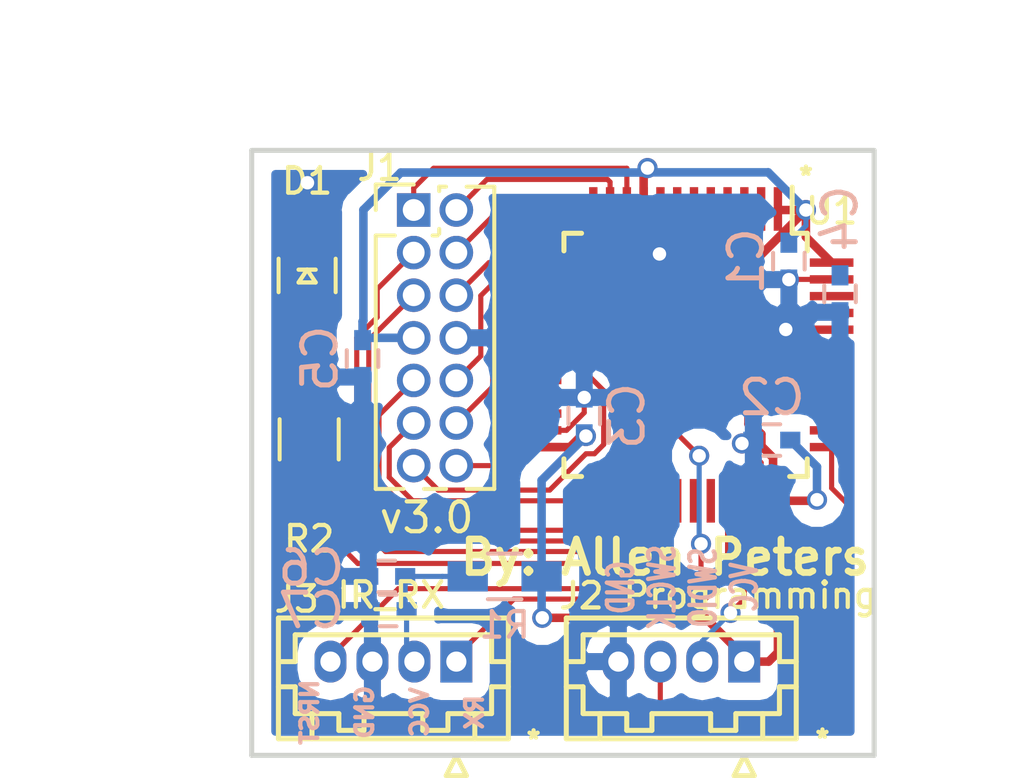
<source format=kicad_pcb>
(kicad_pcb (version 20171130) (host pcbnew "(5.0.0)")

  (general
    (thickness 1.6)
    (drawings 15)
    (tracks 179)
    (zones 0)
    (modules 14)
    (nets 22)
  )

  (page A4)
  (layers
    (0 F.Cu signal)
    (31 B.Cu signal)
    (32 B.Adhes user)
    (33 F.Adhes user)
    (34 B.Paste user)
    (35 F.Paste user)
    (36 B.SilkS user)
    (37 F.SilkS user)
    (38 B.Mask user)
    (39 F.Mask user)
    (40 Dwgs.User user)
    (41 Cmts.User user)
    (42 Eco1.User user)
    (43 Eco2.User user)
    (44 Edge.Cuts user)
    (45 Margin user)
    (46 B.CrtYd user)
    (47 F.CrtYd user)
    (48 B.Fab user)
    (49 F.Fab user)
  )

  (setup
    (last_trace_width 0.1524)
    (trace_clearance 0.1524)
    (zone_clearance 0.508)
    (zone_45_only no)
    (trace_min 0.1524)
    (segment_width 0.127)
    (edge_width 0.15)
    (via_size 0.6)
    (via_drill 0.4)
    (via_min_size 0.4)
    (via_min_drill 0.3)
    (uvia_size 0.3)
    (uvia_drill 0.1)
    (uvias_allowed no)
    (uvia_min_size 0.2)
    (uvia_min_drill 0.1)
    (pcb_text_width 0.3)
    (pcb_text_size 0.127 1.5)
    (mod_edge_width 0.15)
    (mod_text_size 0.762 0.762)
    (mod_text_width 0.127)
    (pad_size 1.524 1.524)
    (pad_drill 0.762)
    (pad_to_mask_clearance 0.2)
    (aux_axis_origin 0 0)
    (visible_elements 7FFFFFFF)
    (pcbplotparams
      (layerselection 0x010f0_ffffffff)
      (usegerberextensions false)
      (usegerberattributes false)
      (usegerberadvancedattributes false)
      (creategerberjobfile false)
      (excludeedgelayer true)
      (linewidth 0.100000)
      (plotframeref false)
      (viasonmask false)
      (mode 1)
      (useauxorigin false)
      (hpglpennumber 1)
      (hpglpenspeed 20)
      (hpglpendiameter 15.000000)
      (psnegative false)
      (psa4output false)
      (plotreference true)
      (plotvalue true)
      (plotinvisibletext false)
      (padsonsilk false)
      (subtractmaskfromsilk false)
      (outputformat 1)
      (mirror false)
      (drillshape 0)
      (scaleselection 1)
      (outputdirectory "Gerber/"))
  )

  (net 0 "")
  (net 1 GND)
  (net 2 VCC)
  (net 3 "Net-(C6-Pad1)")
  (net 4 /greenLED)
  (net 5 /Button_L)
  (net 6 /Power)
  (net 7 /IR_LED5)
  (net 8 /IR_LED4)
  (net 9 /IR_LED6)
  (net 10 /IR_LED3)
  (net 11 /IR_LED7)
  (net 12 /IR_LED2)
  (net 13 /IR_LED8)
  (net 14 /IR_LED1)
  (net 15 /SWCLK)
  (net 16 /SWDIO)
  (net 17 /NRST)
  (net 18 /IR_MOD_Out)
  (net 19 /RX)
  (net 20 "Net-(D1-Pad2)")
  (net 21 "Net-(R2-Pad1)")

  (net_class Default "This is the default net class."
    (clearance 0.1524)
    (trace_width 0.1524)
    (via_dia 0.6)
    (via_drill 0.4)
    (uvia_dia 0.3)
    (uvia_drill 0.1)
    (add_net /Button_L)
    (add_net /IR_LED1)
    (add_net /IR_LED2)
    (add_net /IR_LED3)
    (add_net /IR_LED4)
    (add_net /IR_LED5)
    (add_net /IR_LED6)
    (add_net /IR_LED7)
    (add_net /IR_LED8)
    (add_net /IR_MOD_Out)
    (add_net /NRST)
    (add_net /Power)
    (add_net /RX)
    (add_net /SWCLK)
    (add_net /SWDIO)
    (add_net /greenLED)
    (add_net GND)
    (add_net "Net-(C6-Pad1)")
    (add_net "Net-(D1-Pad2)")
    (add_net "Net-(R2-Pad1)")
  )

  (net_class VCC ""
    (clearance 0.1524)
    (trace_width 0.254)
    (via_dia 0.6)
    (via_drill 0.4)
    (uvia_dia 0.3)
    (uvia_drill 0.1)
    (add_net VCC)
  )

  (module Housings_QFP:LQFP-48_7x7mm_Pitch0.5mm (layer F.Cu) (tedit 54130A77) (tstamp 5F658813)
    (at 116.558 95.504 270)
    (descr "48 LEAD LQFP 7x7mm (see MICREL LQFP7x7-48LD-PL-1.pdf)")
    (tags "QFP 0.5")
    (path /5F6575ED)
    (attr smd)
    (fp_text reference U1 (at -4.29 -4.35) (layer F.SilkS)
      (effects (font (size 0.762 0.762) (thickness 0.127)))
    )
    (fp_text value STM32F070CBTx (at -0.734 -6.128 270) (layer F.Fab)
      (effects (font (size 0.762 0.762) (thickness 0.127)))
    )
    (fp_line (start -3.625 -3.175) (end -5 -3.175) (layer F.SilkS) (width 0.15))
    (fp_line (start 3.625 -3.625) (end 3.1 -3.625) (layer F.SilkS) (width 0.15))
    (fp_line (start 3.625 3.625) (end 3.1 3.625) (layer F.SilkS) (width 0.15))
    (fp_line (start -3.625 3.625) (end -3.1 3.625) (layer F.SilkS) (width 0.15))
    (fp_line (start -3.625 -3.625) (end -3.1 -3.625) (layer F.SilkS) (width 0.15))
    (fp_line (start -3.625 3.625) (end -3.625 3.1) (layer F.SilkS) (width 0.15))
    (fp_line (start 3.625 3.625) (end 3.625 3.1) (layer F.SilkS) (width 0.15))
    (fp_line (start 3.625 -3.625) (end 3.625 -3.1) (layer F.SilkS) (width 0.15))
    (fp_line (start -3.625 -3.625) (end -3.625 -3.175) (layer F.SilkS) (width 0.15))
    (fp_line (start -5.25 5.25) (end 5.25 5.25) (layer F.CrtYd) (width 0.05))
    (fp_line (start -5.25 -5.25) (end 5.25 -5.25) (layer F.CrtYd) (width 0.05))
    (fp_line (start 5.25 -5.25) (end 5.25 5.25) (layer F.CrtYd) (width 0.05))
    (fp_line (start -5.25 -5.25) (end -5.25 5.25) (layer F.CrtYd) (width 0.05))
    (fp_line (start -3.5 -2.5) (end -2.5 -3.5) (layer F.Fab) (width 0.15))
    (fp_line (start -3.5 3.5) (end -3.5 -2.5) (layer F.Fab) (width 0.15))
    (fp_line (start 3.5 3.5) (end -3.5 3.5) (layer F.Fab) (width 0.15))
    (fp_line (start 3.5 -3.5) (end 3.5 3.5) (layer F.Fab) (width 0.15))
    (fp_line (start -2.5 -3.5) (end 3.5 -3.5) (layer F.Fab) (width 0.15))
    (fp_text user %R (at 0 0 270) (layer F.Fab)
      (effects (font (size 0.762 0.762) (thickness 0.127)))
    )
    (pad 48 smd rect (at -2.75 -4.35) (size 1.3 0.25) (layers F.Cu F.Paste F.Mask)
      (net 2 VCC))
    (pad 47 smd rect (at -2.25 -4.35) (size 1.3 0.25) (layers F.Cu F.Paste F.Mask)
      (net 1 GND))
    (pad 46 smd rect (at -1.75 -4.35) (size 1.3 0.25) (layers F.Cu F.Paste F.Mask))
    (pad 45 smd rect (at -1.25 -4.35) (size 1.3 0.25) (layers F.Cu F.Paste F.Mask))
    (pad 44 smd rect (at -0.75 -4.35) (size 1.3 0.25) (layers F.Cu F.Paste F.Mask)
      (net 1 GND))
    (pad 43 smd rect (at -0.25 -4.35) (size 1.3 0.25) (layers F.Cu F.Paste F.Mask))
    (pad 42 smd rect (at 0.25 -4.35) (size 1.3 0.25) (layers F.Cu F.Paste F.Mask))
    (pad 41 smd rect (at 0.75 -4.35) (size 1.3 0.25) (layers F.Cu F.Paste F.Mask))
    (pad 40 smd rect (at 1.25 -4.35) (size 1.3 0.25) (layers F.Cu F.Paste F.Mask))
    (pad 39 smd rect (at 1.75 -4.35) (size 1.3 0.25) (layers F.Cu F.Paste F.Mask))
    (pad 38 smd rect (at 2.25 -4.35) (size 1.3 0.25) (layers F.Cu F.Paste F.Mask))
    (pad 37 smd rect (at 2.75 -4.35) (size 1.3 0.25) (layers F.Cu F.Paste F.Mask)
      (net 15 /SWCLK))
    (pad 36 smd rect (at 4.35 -2.75 270) (size 1.3 0.25) (layers F.Cu F.Paste F.Mask)
      (net 2 VCC))
    (pad 35 smd rect (at 4.35 -2.25 270) (size 1.3 0.25) (layers F.Cu F.Paste F.Mask)
      (net 1 GND))
    (pad 34 smd rect (at 4.35 -1.75 270) (size 1.3 0.25) (layers F.Cu F.Paste F.Mask)
      (net 16 /SWDIO))
    (pad 33 smd rect (at 4.35 -1.25 270) (size 1.3 0.25) (layers F.Cu F.Paste F.Mask)
      (net 19 /RX))
    (pad 32 smd rect (at 4.35 -0.75 270) (size 1.3 0.25) (layers F.Cu F.Paste F.Mask))
    (pad 31 smd rect (at 4.35 -0.25 270) (size 1.3 0.25) (layers F.Cu F.Paste F.Mask))
    (pad 30 smd rect (at 4.35 0.25 270) (size 1.3 0.25) (layers F.Cu F.Paste F.Mask))
    (pad 29 smd rect (at 4.35 0.75 270) (size 1.3 0.25) (layers F.Cu F.Paste F.Mask)
      (net 21 "Net-(R2-Pad1)"))
    (pad 28 smd rect (at 4.35 1.25 270) (size 1.3 0.25) (layers F.Cu F.Paste F.Mask)
      (net 12 /IR_LED2))
    (pad 27 smd rect (at 4.35 1.75 270) (size 1.3 0.25) (layers F.Cu F.Paste F.Mask)
      (net 10 /IR_LED3))
    (pad 26 smd rect (at 4.35 2.25 270) (size 1.3 0.25) (layers F.Cu F.Paste F.Mask)
      (net 8 /IR_LED4))
    (pad 25 smd rect (at 4.35 2.75 270) (size 1.3 0.25) (layers F.Cu F.Paste F.Mask)
      (net 6 /Power))
    (pad 24 smd rect (at 2.75 4.35) (size 1.3 0.25) (layers F.Cu F.Paste F.Mask)
      (net 2 VCC))
    (pad 23 smd rect (at 2.25 4.35) (size 1.3 0.25) (layers F.Cu F.Paste F.Mask)
      (net 1 GND))
    (pad 22 smd rect (at 1.75 4.35) (size 1.3 0.25) (layers F.Cu F.Paste F.Mask)
      (net 4 /greenLED))
    (pad 21 smd rect (at 1.25 4.35) (size 1.3 0.25) (layers F.Cu F.Paste F.Mask))
    (pad 20 smd rect (at 0.75 4.35) (size 1.3 0.25) (layers F.Cu F.Paste F.Mask))
    (pad 19 smd rect (at 0.25 4.35) (size 1.3 0.25) (layers F.Cu F.Paste F.Mask)
      (net 5 /Button_L))
    (pad 18 smd rect (at -0.25 4.35) (size 1.3 0.25) (layers F.Cu F.Paste F.Mask))
    (pad 17 smd rect (at -0.75 4.35) (size 1.3 0.25) (layers F.Cu F.Paste F.Mask))
    (pad 16 smd rect (at -1.25 4.35) (size 1.3 0.25) (layers F.Cu F.Paste F.Mask)
      (net 18 /IR_MOD_Out))
    (pad 15 smd rect (at -1.75 4.35) (size 1.3 0.25) (layers F.Cu F.Paste F.Mask))
    (pad 14 smd rect (at -2.25 4.35) (size 1.3 0.25) (layers F.Cu F.Paste F.Mask)
      (net 7 /IR_LED5))
    (pad 13 smd rect (at -2.75 4.35) (size 1.3 0.25) (layers F.Cu F.Paste F.Mask)
      (net 9 /IR_LED6))
    (pad 12 smd rect (at -4.35 2.75 270) (size 1.3 0.25) (layers F.Cu F.Paste F.Mask)
      (net 11 /IR_LED7))
    (pad 11 smd rect (at -4.35 2.25 270) (size 1.3 0.25) (layers F.Cu F.Paste F.Mask)
      (net 13 /IR_LED8))
    (pad 10 smd rect (at -4.35 1.75 270) (size 1.3 0.25) (layers F.Cu F.Paste F.Mask)
      (net 14 /IR_LED1))
    (pad 9 smd rect (at -4.35 1.25 270) (size 1.3 0.25) (layers F.Cu F.Paste F.Mask)
      (net 2 VCC))
    (pad 8 smd rect (at -4.35 0.75 270) (size 1.3 0.25) (layers F.Cu F.Paste F.Mask)
      (net 1 GND))
    (pad 7 smd rect (at -4.35 0.25 270) (size 1.3 0.25) (layers F.Cu F.Paste F.Mask)
      (net 17 /NRST))
    (pad 6 smd rect (at -4.35 -0.25 270) (size 1.3 0.25) (layers F.Cu F.Paste F.Mask))
    (pad 5 smd rect (at -4.35 -0.75 270) (size 1.3 0.25) (layers F.Cu F.Paste F.Mask))
    (pad 4 smd rect (at -4.35 -1.25 270) (size 1.3 0.25) (layers F.Cu F.Paste F.Mask))
    (pad 3 smd rect (at -4.35 -1.75 270) (size 1.3 0.25) (layers F.Cu F.Paste F.Mask))
    (pad 2 smd rect (at -4.35 -2.25 270) (size 1.3 0.25) (layers F.Cu F.Paste F.Mask))
    (pad 1 smd rect (at -4.35 -2.75 270) (size 1.3 0.25) (layers F.Cu F.Paste F.Mask)
      (net 2 VCC))
    (model ${KISYS3DMOD}/Housings_QFP.3dshapes/LQFP-48_7x7mm_Pitch0.5mm.wrl
      (at (xyz 0 0 0))
      (scale (xyz 1 1 1))
      (rotate (xyz 0 0 0))
    )
  )

  (module Pin_Headers:Pin_Header_Straight_2x07_Pitch1.27mm (layer F.Cu) (tedit 59650536) (tstamp 5F656693)
    (at 108.458 91.186)
    (descr "Through hole straight pin header, 2x07, 1.27mm pitch, double rows")
    (tags "Through hole pin header THT 2x07 1.27mm double row")
    (path /5B5BCC38)
    (fp_text reference J1 (at -1.016 -1.27) (layer F.SilkS)
      (effects (font (size 0.762 0.762) (thickness 0.127)))
    )
    (fp_text value Grenade (at -9.906 5.842) (layer F.Fab)
      (effects (font (size 0.762 0.762) (thickness 0.127)))
    )
    (fp_text user %R (at 0.635 3.81 90) (layer F.Fab)
      (effects (font (size 0.762 0.762) (thickness 0.127)))
    )
    (fp_line (start 2.85 -1.15) (end -1.6 -1.15) (layer F.CrtYd) (width 0.05))
    (fp_line (start 2.85 8.8) (end 2.85 -1.15) (layer F.CrtYd) (width 0.05))
    (fp_line (start -1.6 8.8) (end 2.85 8.8) (layer F.CrtYd) (width 0.05))
    (fp_line (start -1.6 -1.15) (end -1.6 8.8) (layer F.CrtYd) (width 0.05))
    (fp_line (start -1.13 -0.76) (end 0 -0.76) (layer F.SilkS) (width 0.12))
    (fp_line (start -1.13 0) (end -1.13 -0.76) (layer F.SilkS) (width 0.12))
    (fp_line (start 1.57753 -0.695) (end 2.4 -0.695) (layer F.SilkS) (width 0.12))
    (fp_line (start 0.76 -0.695) (end 0.96247 -0.695) (layer F.SilkS) (width 0.12))
    (fp_line (start 0.76 -0.563471) (end 0.76 -0.695) (layer F.SilkS) (width 0.12))
    (fp_line (start 0.76 0.706529) (end 0.76 0.563471) (layer F.SilkS) (width 0.12))
    (fp_line (start 0.563471 0.76) (end 0.706529 0.76) (layer F.SilkS) (width 0.12))
    (fp_line (start -1.13 0.76) (end -0.563471 0.76) (layer F.SilkS) (width 0.12))
    (fp_line (start 2.4 -0.695) (end 2.4 8.315) (layer F.SilkS) (width 0.12))
    (fp_line (start -1.13 0.76) (end -1.13 8.315) (layer F.SilkS) (width 0.12))
    (fp_line (start 0.30753 8.315) (end 0.96247 8.315) (layer F.SilkS) (width 0.12))
    (fp_line (start 1.57753 8.315) (end 2.4 8.315) (layer F.SilkS) (width 0.12))
    (fp_line (start -1.13 8.315) (end -0.30753 8.315) (layer F.SilkS) (width 0.12))
    (fp_line (start -1.07 0.2175) (end -0.2175 -0.635) (layer F.Fab) (width 0.1))
    (fp_line (start -1.07 8.255) (end -1.07 0.2175) (layer F.Fab) (width 0.1))
    (fp_line (start 2.34 8.255) (end -1.07 8.255) (layer F.Fab) (width 0.1))
    (fp_line (start 2.34 -0.635) (end 2.34 8.255) (layer F.Fab) (width 0.1))
    (fp_line (start -0.2175 -0.635) (end 2.34 -0.635) (layer F.Fab) (width 0.1))
    (pad 14 thru_hole oval (at 1.27 7.62) (size 1 1) (drill 0.65) (layers *.Cu *.Mask)
      (net 4 /greenLED))
    (pad 13 thru_hole oval (at 0 7.62) (size 1 1) (drill 0.65) (layers *.Cu *.Mask)
      (net 5 /Button_L))
    (pad 12 thru_hole oval (at 1.27 6.35) (size 1 1) (drill 0.65) (layers *.Cu *.Mask)
      (net 18 /IR_MOD_Out))
    (pad 11 thru_hole oval (at 0 6.35) (size 1 1) (drill 0.65) (layers *.Cu *.Mask)
      (net 6 /Power))
    (pad 10 thru_hole oval (at 1.27 5.08) (size 1 1) (drill 0.65) (layers *.Cu *.Mask)
      (net 7 /IR_LED5))
    (pad 9 thru_hole oval (at 0 5.08) (size 1 1) (drill 0.65) (layers *.Cu *.Mask)
      (net 8 /IR_LED4))
    (pad 8 thru_hole oval (at 1.27 3.81) (size 1 1) (drill 0.65) (layers *.Cu *.Mask)
      (net 1 GND))
    (pad 7 thru_hole oval (at 0 3.81) (size 1 1) (drill 0.65) (layers *.Cu *.Mask)
      (net 2 VCC))
    (pad 6 thru_hole oval (at 1.27 2.54) (size 1 1) (drill 0.65) (layers *.Cu *.Mask)
      (net 9 /IR_LED6))
    (pad 5 thru_hole oval (at 0 2.54) (size 1 1) (drill 0.65) (layers *.Cu *.Mask)
      (net 10 /IR_LED3))
    (pad 4 thru_hole oval (at 1.27 1.27) (size 1 1) (drill 0.65) (layers *.Cu *.Mask)
      (net 11 /IR_LED7))
    (pad 3 thru_hole oval (at 0 1.27) (size 1 1) (drill 0.65) (layers *.Cu *.Mask)
      (net 12 /IR_LED2))
    (pad 2 thru_hole oval (at 1.27 0) (size 1 1) (drill 0.65) (layers *.Cu *.Mask)
      (net 13 /IR_LED8))
    (pad 1 thru_hole rect (at 0 0) (size 1 1) (drill 0.65) (layers *.Cu *.Mask)
      (net 14 /IR_LED1))
    (model ${KISYS3DMOD}/Pin_Headers.3dshapes/Pin_Header_Straight_2x07_Pitch1.27mm.wrl
      (at (xyz 0 0 0))
      (scale (xyz 1 1 1))
      (rotate (xyz 0 0 0))
    )
  )

  (module Resistors_SMD:R_0603_HandSoldering (layer B.Cu) (tedit 58E0A804) (tstamp 5F658DC8)
    (at 111.168 102.108)
    (descr "Resistor SMD 0603, hand soldering")
    (tags "resistor 0603")
    (path /5F698F60)
    (attr smd)
    (fp_text reference R1 (at 0 1.45) (layer B.SilkS)
      (effects (font (size 0.762 0.762) (thickness 0.127)) (justify mirror))
    )
    (fp_text value 100 (at 0 -1.55) (layer B.Fab)
      (effects (font (size 0.762 0.762) (thickness 0.127)) (justify mirror))
    )
    (fp_line (start 1.95 -0.7) (end -1.96 -0.7) (layer B.CrtYd) (width 0.05))
    (fp_line (start 1.95 -0.7) (end 1.95 0.7) (layer B.CrtYd) (width 0.05))
    (fp_line (start -1.96 0.7) (end -1.96 -0.7) (layer B.CrtYd) (width 0.05))
    (fp_line (start -1.96 0.7) (end 1.95 0.7) (layer B.CrtYd) (width 0.05))
    (fp_line (start -0.5 0.68) (end 0.5 0.68) (layer B.SilkS) (width 0.12))
    (fp_line (start 0.5 -0.68) (end -0.5 -0.68) (layer B.SilkS) (width 0.12))
    (fp_line (start -0.8 0.4) (end 0.8 0.4) (layer B.Fab) (width 0.1))
    (fp_line (start 0.8 0.4) (end 0.8 -0.4) (layer B.Fab) (width 0.1))
    (fp_line (start 0.8 -0.4) (end -0.8 -0.4) (layer B.Fab) (width 0.1))
    (fp_line (start -0.8 -0.4) (end -0.8 0.4) (layer B.Fab) (width 0.1))
    (fp_text user %R (at 0 0) (layer B.Fab)
      (effects (font (size 0.762 0.762) (thickness 0.127)) (justify mirror))
    )
    (pad 2 smd rect (at 1.1 0) (size 1.2 0.9) (layers B.Cu B.Paste B.Mask)
      (net 2 VCC))
    (pad 1 smd rect (at -1.1 0) (size 1.2 0.9) (layers B.Cu B.Paste B.Mask)
      (net 3 "Net-(C6-Pad1)"))
    (model ${KISYS3DMOD}/Resistors_SMD.3dshapes/R_0603.wrl
      (at (xyz 0 0 0))
      (scale (xyz 1 1 1))
      (rotate (xyz 0 0 0))
    )
  )

  (module Capacitors_SMD:C_0805_HandSoldering (layer F.Cu) (tedit 58AA84A8) (tstamp 5F65995A)
    (at 105.283 93.1364 270)
    (descr "Capacitor SMD 0805, hand soldering")
    (tags "capacitor 0805")
    (path /5F6A5BF3)
    (attr smd)
    (fp_text reference D1 (at -2.814 0) (layer F.SilkS)
      (effects (font (size 0.762 0.762) (thickness 0.127)))
    )
    (fp_text value LED (at -0.1724 2.54 270) (layer F.Fab)
      (effects (font (size 0.762 0.762) (thickness 0.127)))
    )
    (fp_line (start 2.25 0.87) (end -2.25 0.87) (layer F.CrtYd) (width 0.05))
    (fp_line (start 2.25 0.87) (end 2.25 -0.88) (layer F.CrtYd) (width 0.05))
    (fp_line (start -2.25 -0.88) (end -2.25 0.87) (layer F.CrtYd) (width 0.05))
    (fp_line (start -2.25 -0.88) (end 2.25 -0.88) (layer F.CrtYd) (width 0.05))
    (fp_line (start -0.5 0.85) (end 0.5 0.85) (layer F.SilkS) (width 0.12))
    (fp_line (start 0.5 -0.85) (end -0.5 -0.85) (layer F.SilkS) (width 0.12))
    (fp_line (start -1 -0.62) (end 1 -0.62) (layer F.Fab) (width 0.1))
    (fp_line (start 1 -0.62) (end 1 0.62) (layer F.Fab) (width 0.1))
    (fp_line (start 1 0.62) (end -1 0.62) (layer F.Fab) (width 0.1))
    (fp_line (start -1 0.62) (end -1 -0.62) (layer F.Fab) (width 0.1))
    (fp_text user %R (at -4.6174 -2.032 270) (layer F.Fab)
      (effects (font (size 0.762 0.762) (thickness 0.127)))
    )
    (pad 2 smd rect (at 1.25 0 270) (size 1.5 1.25) (layers F.Cu F.Paste F.Mask)
      (net 20 "Net-(D1-Pad2)"))
    (pad 1 smd rect (at -1.25 0 270) (size 1.5 1.25) (layers F.Cu F.Paste F.Mask)
      (net 1 GND))
    (model Capacitors_SMD.3dshapes/C_0805.wrl
      (at (xyz 0 0 0))
      (scale (xyz 1 1 1))
      (rotate (xyz 0 0 0))
    )
  )

  (module Connectors_Hirose:Hirose_DF13-04P-1.25DSA_04x1.25mm_Straight (layer F.Cu) (tedit 5F655F1E) (tstamp 5F65995B)
    (at 118.304 104.648 180)
    (descr "Hirose DF13 series connector, 1.25mm pitch, top entry PTH")
    (tags "connector hirose df13 top straight vertical through thru hole")
    (path /5F6ADC6A)
    (fp_text reference J2 (at 4.84728 1.96088 180) (layer F.SilkS)
      (effects (font (size 0.762 0.762) (thickness 0.127)))
    )
    (fp_text value Programming (at -0.18192 1.97612 180) (layer F.SilkS)
      (effects (font (size 0.762 0.762) (thickness 0.127)))
    )
    (fp_line (start 5.8 -2.8) (end -2.05 -2.8) (layer F.CrtYd) (width 0.05))
    (fp_line (start 5.8 1.8) (end 5.8 -2.8) (layer F.CrtYd) (width 0.05))
    (fp_line (start -2.05 1.8) (end 5.8 1.8) (layer F.CrtYd) (width 0.05))
    (fp_line (start -2.05 -2.8) (end -2.05 1.8) (layer F.CrtYd) (width 0.05))
    (fp_line (start 3.5 -1.55) (end 4.3 -1.55) (layer F.SilkS) (width 0.15))
    (fp_line (start 3.5 -2.05) (end 3.5 -1.55) (layer F.SilkS) (width 0.15))
    (fp_line (start 2.75 -2.05) (end 3.5 -2.05) (layer F.SilkS) (width 0.15))
    (fp_line (start 2.75 -1.55) (end 2.75 -2.05) (layer F.SilkS) (width 0.15))
    (fp_line (start 1 -1.55) (end 2.75 -1.55) (layer F.SilkS) (width 0.15))
    (fp_line (start 1 -2.05) (end 1 -1.55) (layer F.SilkS) (width 0.15))
    (fp_line (start 0.25 -2.05) (end 1 -2.05) (layer F.SilkS) (width 0.15))
    (fp_line (start 0.25 -1.55) (end 0.25 -2.05) (layer F.SilkS) (width 0.15))
    (fp_line (start -0.55 -1.55) (end 0.25 -1.55) (layer F.SilkS) (width 0.15))
    (fp_line (start 4.3 -1.55) (end 4.3 -2.3) (layer F.SilkS) (width 0.15))
    (fp_line (start 4.8 -1.55) (end 4.3 -1.55) (layer F.SilkS) (width 0.15))
    (fp_line (start 4.8 -0.75) (end 4.8 -1.55) (layer F.SilkS) (width 0.15))
    (fp_line (start 5.3 -0.75) (end 4.8 -0.75) (layer F.SilkS) (width 0.15))
    (fp_line (start -0.55 -1.55) (end -0.55 -2.3) (layer F.SilkS) (width 0.15))
    (fp_line (start -1.05 -1.55) (end -0.55 -1.55) (layer F.SilkS) (width 0.15))
    (fp_line (start -1.05 -0.75) (end -1.05 -1.55) (layer F.SilkS) (width 0.15))
    (fp_line (start -1.55 -0.75) (end -1.05 -0.75) (layer F.SilkS) (width 0.15))
    (fp_line (start 4.8 0) (end 5.3 0) (layer F.SilkS) (width 0.15))
    (fp_line (start 4.8 0.8) (end 4.8 0) (layer F.SilkS) (width 0.15))
    (fp_line (start -1.05 0.8) (end 4.8 0.8) (layer F.SilkS) (width 0.15))
    (fp_line (start -1.05 0) (end -1.05 0.8) (layer F.SilkS) (width 0.15))
    (fp_line (start -1.55 0) (end -1.05 0) (layer F.SilkS) (width 0.15))
    (fp_line (start 0.3 -3.4) (end 0 -2.8) (layer F.SilkS) (width 0.15))
    (fp_line (start -0.3 -3.4) (end 0.3 -3.4) (layer F.SilkS) (width 0.15))
    (fp_line (start 0 -2.8) (end -0.3 -3.4) (layer F.SilkS) (width 0.15))
    (fp_line (start 5.3 -2.3) (end -1.55 -2.3) (layer F.SilkS) (width 0.15))
    (fp_line (start 5.3 1.3) (end 5.3 -2.3) (layer F.SilkS) (width 0.15))
    (fp_line (start -1.55 1.3) (end 5.3 1.3) (layer F.SilkS) (width 0.15))
    (fp_line (start -1.55 -2.3) (end -1.55 1.3) (layer F.SilkS) (width 0.15))
    (pad 4 thru_hole oval (at 3.75 0 180) (size 0.95 1.25) (drill 0.6) (layers *.Cu *.Mask)
      (net 1 GND))
    (pad 3 thru_hole oval (at 2.5 0 180) (size 0.95 1.25) (drill 0.6) (layers *.Cu *.Mask)
      (net 15 /SWCLK))
    (pad 2 thru_hole oval (at 1.25 0 180) (size 0.95 1.25) (drill 0.6) (layers *.Cu *.Mask)
      (net 16 /SWDIO))
    (pad 1 thru_hole rect (at 0 0 180) (size 0.95 1.25) (drill 0.6) (layers *.Cu *.Mask)
      (net 2 VCC))
    (model ${KISYS3DMOD}/Connectors_Hirose.3dshapes/Hirose_DF13-04P-1.25DSA_04x1.25mm_Straight.wrl
      (at (xyz 0 0 0))
      (scale (xyz 1 1 1))
      (rotate (xyz 0 0 0))
    )
  )

  (module Connectors_Hirose:Hirose_DF13-04P-1.25DSA_04x1.25mm_Straight (layer F.Cu) (tedit 5F655F44) (tstamp 5F659EF5)
    (at 109.728 104.648 180)
    (descr "Hirose DF13 series connector, 1.25mm pitch, top entry PTH")
    (tags "connector hirose df13 top straight vertical through thru hole")
    (path /5F6ADCF4)
    (fp_text reference J3 (at 4.75488 1.86436 180) (layer F.SilkS)
      (effects (font (size 0.762 0.762) (thickness 0.127)))
    )
    (fp_text value IR_RX (at 1.94056 1.9812 180) (layer F.SilkS)
      (effects (font (size 0.762 0.762) (thickness 0.127)))
    )
    (fp_line (start -1.55 -2.3) (end -1.55 1.3) (layer F.SilkS) (width 0.15))
    (fp_line (start -1.55 1.3) (end 5.3 1.3) (layer F.SilkS) (width 0.15))
    (fp_line (start 5.3 1.3) (end 5.3 -2.3) (layer F.SilkS) (width 0.15))
    (fp_line (start 5.3 -2.3) (end -1.55 -2.3) (layer F.SilkS) (width 0.15))
    (fp_line (start 0 -2.8) (end -0.3 -3.4) (layer F.SilkS) (width 0.15))
    (fp_line (start -0.3 -3.4) (end 0.3 -3.4) (layer F.SilkS) (width 0.15))
    (fp_line (start 0.3 -3.4) (end 0 -2.8) (layer F.SilkS) (width 0.15))
    (fp_line (start -1.55 0) (end -1.05 0) (layer F.SilkS) (width 0.15))
    (fp_line (start -1.05 0) (end -1.05 0.8) (layer F.SilkS) (width 0.15))
    (fp_line (start -1.05 0.8) (end 4.8 0.8) (layer F.SilkS) (width 0.15))
    (fp_line (start 4.8 0.8) (end 4.8 0) (layer F.SilkS) (width 0.15))
    (fp_line (start 4.8 0) (end 5.3 0) (layer F.SilkS) (width 0.15))
    (fp_line (start -1.55 -0.75) (end -1.05 -0.75) (layer F.SilkS) (width 0.15))
    (fp_line (start -1.05 -0.75) (end -1.05 -1.55) (layer F.SilkS) (width 0.15))
    (fp_line (start -1.05 -1.55) (end -0.55 -1.55) (layer F.SilkS) (width 0.15))
    (fp_line (start -0.55 -1.55) (end -0.55 -2.3) (layer F.SilkS) (width 0.15))
    (fp_line (start 5.3 -0.75) (end 4.8 -0.75) (layer F.SilkS) (width 0.15))
    (fp_line (start 4.8 -0.75) (end 4.8 -1.55) (layer F.SilkS) (width 0.15))
    (fp_line (start 4.8 -1.55) (end 4.3 -1.55) (layer F.SilkS) (width 0.15))
    (fp_line (start 4.3 -1.55) (end 4.3 -2.3) (layer F.SilkS) (width 0.15))
    (fp_line (start -0.55 -1.55) (end 0.25 -1.55) (layer F.SilkS) (width 0.15))
    (fp_line (start 0.25 -1.55) (end 0.25 -2.05) (layer F.SilkS) (width 0.15))
    (fp_line (start 0.25 -2.05) (end 1 -2.05) (layer F.SilkS) (width 0.15))
    (fp_line (start 1 -2.05) (end 1 -1.55) (layer F.SilkS) (width 0.15))
    (fp_line (start 1 -1.55) (end 2.75 -1.55) (layer F.SilkS) (width 0.15))
    (fp_line (start 2.75 -1.55) (end 2.75 -2.05) (layer F.SilkS) (width 0.15))
    (fp_line (start 2.75 -2.05) (end 3.5 -2.05) (layer F.SilkS) (width 0.15))
    (fp_line (start 3.5 -2.05) (end 3.5 -1.55) (layer F.SilkS) (width 0.15))
    (fp_line (start 3.5 -1.55) (end 4.3 -1.55) (layer F.SilkS) (width 0.15))
    (fp_line (start -2.05 -2.8) (end -2.05 1.8) (layer F.CrtYd) (width 0.05))
    (fp_line (start -2.05 1.8) (end 5.8 1.8) (layer F.CrtYd) (width 0.05))
    (fp_line (start 5.8 1.8) (end 5.8 -2.8) (layer F.CrtYd) (width 0.05))
    (fp_line (start 5.8 -2.8) (end -2.05 -2.8) (layer F.CrtYd) (width 0.05))
    (pad 1 thru_hole rect (at 0 0 180) (size 0.95 1.25) (drill 0.6) (layers *.Cu *.Mask)
      (net 19 /RX))
    (pad 2 thru_hole oval (at 1.25 0 180) (size 0.95 1.25) (drill 0.6) (layers *.Cu *.Mask)
      (net 3 "Net-(C6-Pad1)"))
    (pad 3 thru_hole oval (at 2.5 0 180) (size 0.95 1.25) (drill 0.6) (layers *.Cu *.Mask)
      (net 1 GND))
    (pad 4 thru_hole oval (at 3.75 0 180) (size 0.95 1.25) (drill 0.6) (layers *.Cu *.Mask)
      (net 17 /NRST))
    (model ${KISYS3DMOD}/Connectors_Hirose.3dshapes/Hirose_DF13-04P-1.25DSA_04x1.25mm_Straight.wrl
      (at (xyz 0 0 0))
      (scale (xyz 1 1 1))
      (rotate (xyz 0 0 0))
    )
  )

  (module Resistors_SMD:R_0805_HandSoldering (layer F.Cu) (tedit 5F6560F4) (tstamp 5F65D494)
    (at 105.34396 98.0224 90)
    (descr "Resistor SMD 0805, hand soldering")
    (tags "resistor 0805")
    (path /5F6A5B66)
    (attr smd)
    (fp_text reference R2 (at -2.968 0 -180) (layer F.SilkS)
      (effects (font (size 0.762 0.762) (thickness 0.127)))
    )
    (fp_text value R (at -2.874 1.778 90) (layer F.Fab)
      (effects (font (size 0.762 0.762) (thickness 0.127)))
    )
    (fp_line (start 2.35 0.9) (end -2.35 0.9) (layer F.CrtYd) (width 0.05))
    (fp_line (start 2.35 0.9) (end 2.35 -0.9) (layer F.CrtYd) (width 0.05))
    (fp_line (start -2.35 -0.9) (end -2.35 0.9) (layer F.CrtYd) (width 0.05))
    (fp_line (start -2.35 -0.9) (end 2.35 -0.9) (layer F.CrtYd) (width 0.05))
    (fp_line (start -0.6 -0.88) (end 0.6 -0.88) (layer F.SilkS) (width 0.12))
    (fp_line (start 0.6 0.88) (end -0.6 0.88) (layer F.SilkS) (width 0.12))
    (fp_line (start -1 -0.62) (end 1 -0.62) (layer F.Fab) (width 0.1))
    (fp_line (start 1 -0.62) (end 1 0.62) (layer F.Fab) (width 0.1))
    (fp_line (start 1 0.62) (end -1 0.62) (layer F.Fab) (width 0.1))
    (fp_line (start -1 0.62) (end -1 -0.62) (layer F.Fab) (width 0.1))
    (fp_text user %R (at 0 0 90) (layer F.Fab)
      (effects (font (size 0.762 0.762) (thickness 0.127)))
    )
    (pad 2 smd rect (at 1.35 0 90) (size 1.5 1.3) (layers F.Cu F.Paste F.Mask)
      (net 20 "Net-(D1-Pad2)"))
    (pad 1 smd rect (at -1.35 0 90) (size 1.5 1.3) (layers F.Cu F.Paste F.Mask)
      (net 21 "Net-(R2-Pad1)"))
    (model ${KISYS3DMOD}/Resistors_SMD.3dshapes/R_0805.wrl
      (at (xyz 0 0 0))
      (scale (xyz 1 1 1))
      (rotate (xyz 0 0 0))
    )
  )

  (module Capacitors_SMD:C_0402 (layer B.Cu) (tedit 58AA841A) (tstamp 5F65BF07)
    (at 119.634 92.71 270)
    (descr "Capacitor SMD 0402, reflow soldering, AVX (see smccp.pdf)")
    (tags "capacitor 0402")
    (path /5B5BBCED)
    (attr smd)
    (fp_text reference C1 (at 0 1.27 270) (layer B.SilkS)
      (effects (font (size 1 1) (thickness 0.15)) (justify mirror))
    )
    (fp_text value 0.1uF (at 2.286 -5.08 270) (layer B.Fab)
      (effects (font (size 1 1) (thickness 0.15)) (justify mirror))
    )
    (fp_line (start 1 -0.4) (end -1 -0.4) (layer B.CrtYd) (width 0.05))
    (fp_line (start 1 -0.4) (end 1 0.4) (layer B.CrtYd) (width 0.05))
    (fp_line (start -1 0.4) (end -1 -0.4) (layer B.CrtYd) (width 0.05))
    (fp_line (start -1 0.4) (end 1 0.4) (layer B.CrtYd) (width 0.05))
    (fp_line (start -0.25 -0.47) (end 0.25 -0.47) (layer B.SilkS) (width 0.12))
    (fp_line (start 0.25 0.47) (end -0.25 0.47) (layer B.SilkS) (width 0.12))
    (fp_line (start -0.5 0.25) (end 0.5 0.25) (layer B.Fab) (width 0.1))
    (fp_line (start 0.5 0.25) (end 0.5 -0.25) (layer B.Fab) (width 0.1))
    (fp_line (start 0.5 -0.25) (end -0.5 -0.25) (layer B.Fab) (width 0.1))
    (fp_line (start -0.5 -0.25) (end -0.5 0.25) (layer B.Fab) (width 0.1))
    (fp_text user %R (at 0 1.27 270) (layer B.Fab)
      (effects (font (size 1 1) (thickness 0.15)) (justify mirror))
    )
    (pad 2 smd rect (at 0.55 0 270) (size 0.6 0.5) (layers B.Cu B.Paste B.Mask)
      (net 1 GND))
    (pad 1 smd rect (at -0.55 0 270) (size 0.6 0.5) (layers B.Cu B.Paste B.Mask)
      (net 2 VCC))
    (model Capacitors_SMD.3dshapes/C_0402.wrl
      (at (xyz 0 0 0))
      (scale (xyz 1 1 1))
      (rotate (xyz 0 0 0))
    )
  )

  (module Capacitors_SMD:C_0402 (layer B.Cu) (tedit 5F658AD2) (tstamp 5F65BF17)
    (at 119.126 98.044 180)
    (descr "Capacitor SMD 0402, reflow soldering, AVX (see smccp.pdf)")
    (tags "capacitor 0402")
    (path /5F65E2B7)
    (attr smd)
    (fp_text reference C2 (at 0 1.27 180) (layer B.SilkS)
      (effects (font (size 1 1) (thickness 0.15)) (justify mirror))
    )
    (fp_text value 0.1uF (at -5.334 -0.254 180) (layer B.Fab)
      (effects (font (size 1 1) (thickness 0.15)) (justify mirror))
    )
    (fp_text user %R (at 0 1.27 180) (layer B.Fab)
      (effects (font (size 1 1) (thickness 0.15)) (justify mirror))
    )
    (fp_line (start -0.5 -0.25) (end -0.5 0.25) (layer B.Fab) (width 0.1))
    (fp_line (start 0.5 -0.25) (end -0.5 -0.25) (layer B.Fab) (width 0.1))
    (fp_line (start 0.5 0.25) (end 0.5 -0.25) (layer B.Fab) (width 0.1))
    (fp_line (start -0.5 0.25) (end 0.5 0.25) (layer B.Fab) (width 0.1))
    (fp_line (start 0.25 0.47) (end -0.25 0.47) (layer B.SilkS) (width 0.12))
    (fp_line (start -0.25 -0.47) (end 0.25 -0.47) (layer B.SilkS) (width 0.12))
    (fp_line (start -1 0.4) (end 1 0.4) (layer B.CrtYd) (width 0.05))
    (fp_line (start -1 0.4) (end -1 -0.4) (layer B.CrtYd) (width 0.05))
    (fp_line (start 1 -0.4) (end 1 0.4) (layer B.CrtYd) (width 0.05))
    (fp_line (start 1 -0.4) (end -1 -0.4) (layer B.CrtYd) (width 0.05))
    (pad 1 smd rect (at -0.55 0 180) (size 0.6 0.5) (layers B.Cu B.Paste B.Mask)
      (net 2 VCC))
    (pad 2 smd rect (at 0.55 0 180) (size 0.6 0.5) (layers B.Cu B.Paste B.Mask)
      (net 1 GND))
    (model Capacitors_SMD.3dshapes/C_0402.wrl
      (at (xyz 0 0 0))
      (scale (xyz 1 1 1))
      (rotate (xyz 0 0 0))
    )
  )

  (module Capacitors_SMD:C_0402 (layer B.Cu) (tedit 5F658AD1) (tstamp 5F65BF27)
    (at 113.538 97.324 90)
    (descr "Capacitor SMD 0402, reflow soldering, AVX (see smccp.pdf)")
    (tags "capacitor 0402")
    (path /5F65E2DB)
    (attr smd)
    (fp_text reference C3 (at 0 1.27 90) (layer B.SilkS)
      (effects (font (size 1 1) (thickness 0.15)) (justify mirror))
    )
    (fp_text value 0.1uF (at 10.202 0 90) (layer B.Fab)
      (effects (font (size 1 1) (thickness 0.15)) (justify mirror))
    )
    (fp_line (start 1 -0.4) (end -1 -0.4) (layer B.CrtYd) (width 0.05))
    (fp_line (start 1 -0.4) (end 1 0.4) (layer B.CrtYd) (width 0.05))
    (fp_line (start -1 0.4) (end -1 -0.4) (layer B.CrtYd) (width 0.05))
    (fp_line (start -1 0.4) (end 1 0.4) (layer B.CrtYd) (width 0.05))
    (fp_line (start -0.25 -0.47) (end 0.25 -0.47) (layer B.SilkS) (width 0.12))
    (fp_line (start 0.25 0.47) (end -0.25 0.47) (layer B.SilkS) (width 0.12))
    (fp_line (start -0.5 0.25) (end 0.5 0.25) (layer B.Fab) (width 0.1))
    (fp_line (start 0.5 0.25) (end 0.5 -0.25) (layer B.Fab) (width 0.1))
    (fp_line (start 0.5 -0.25) (end -0.5 -0.25) (layer B.Fab) (width 0.1))
    (fp_line (start -0.5 -0.25) (end -0.5 0.25) (layer B.Fab) (width 0.1))
    (fp_text user %R (at 0 1.27 90) (layer B.Fab)
      (effects (font (size 1 1) (thickness 0.15)) (justify mirror))
    )
    (pad 2 smd rect (at 0.55 0 90) (size 0.6 0.5) (layers B.Cu B.Paste B.Mask)
      (net 1 GND))
    (pad 1 smd rect (at -0.55 0 90) (size 0.6 0.5) (layers B.Cu B.Paste B.Mask)
      (net 2 VCC))
    (model Capacitors_SMD.3dshapes/C_0402.wrl
      (at (xyz 0 0 0))
      (scale (xyz 1 1 1))
      (rotate (xyz 0 0 0))
    )
  )

  (module Capacitors_SMD:C_0402 (layer B.Cu) (tedit 58AA841A) (tstamp 5F65BF37)
    (at 121.158 93.684 270)
    (descr "Capacitor SMD 0402, reflow soldering, AVX (see smccp.pdf)")
    (tags "capacitor 0402")
    (path /5F65E2FF)
    (attr smd)
    (fp_text reference C4 (at -2.244 0 270) (layer B.SilkS)
      (effects (font (size 1 1) (thickness 0.15)) (justify mirror))
    )
    (fp_text value 0.1uF (at 1.566 -2.032 270) (layer B.Fab)
      (effects (font (size 1 1) (thickness 0.15)) (justify mirror))
    )
    (fp_text user %R (at 0 1.27 270) (layer B.Fab)
      (effects (font (size 1 1) (thickness 0.15)) (justify mirror))
    )
    (fp_line (start -0.5 -0.25) (end -0.5 0.25) (layer B.Fab) (width 0.1))
    (fp_line (start 0.5 -0.25) (end -0.5 -0.25) (layer B.Fab) (width 0.1))
    (fp_line (start 0.5 0.25) (end 0.5 -0.25) (layer B.Fab) (width 0.1))
    (fp_line (start -0.5 0.25) (end 0.5 0.25) (layer B.Fab) (width 0.1))
    (fp_line (start 0.25 0.47) (end -0.25 0.47) (layer B.SilkS) (width 0.12))
    (fp_line (start -0.25 -0.47) (end 0.25 -0.47) (layer B.SilkS) (width 0.12))
    (fp_line (start -1 0.4) (end 1 0.4) (layer B.CrtYd) (width 0.05))
    (fp_line (start -1 0.4) (end -1 -0.4) (layer B.CrtYd) (width 0.05))
    (fp_line (start 1 -0.4) (end 1 0.4) (layer B.CrtYd) (width 0.05))
    (fp_line (start 1 -0.4) (end -1 -0.4) (layer B.CrtYd) (width 0.05))
    (pad 1 smd rect (at -0.55 0 270) (size 0.6 0.5) (layers B.Cu B.Paste B.Mask)
      (net 2 VCC))
    (pad 2 smd rect (at 0.55 0 270) (size 0.6 0.5) (layers B.Cu B.Paste B.Mask)
      (net 1 GND))
    (model Capacitors_SMD.3dshapes/C_0402.wrl
      (at (xyz 0 0 0))
      (scale (xyz 1 1 1))
      (rotate (xyz 0 0 0))
    )
  )

  (module Capacitors_SMD:C_0402 (layer B.Cu) (tedit 58AA841A) (tstamp 5F65BF47)
    (at 106.934 95.6144 270)
    (descr "Capacitor SMD 0402, reflow soldering, AVX (see smccp.pdf)")
    (tags "capacitor 0402")
    (path /5F665F54)
    (attr smd)
    (fp_text reference C5 (at 0 1.27 270) (layer B.SilkS)
      (effects (font (size 1 1) (thickness 0.15)) (justify mirror))
    )
    (fp_text value 2.2uF (at 0 -1.27 270) (layer B.Fab)
      (effects (font (size 1 1) (thickness 0.15)) (justify mirror))
    )
    (fp_line (start 1 -0.4) (end -1 -0.4) (layer B.CrtYd) (width 0.05))
    (fp_line (start 1 -0.4) (end 1 0.4) (layer B.CrtYd) (width 0.05))
    (fp_line (start -1 0.4) (end -1 -0.4) (layer B.CrtYd) (width 0.05))
    (fp_line (start -1 0.4) (end 1 0.4) (layer B.CrtYd) (width 0.05))
    (fp_line (start -0.25 -0.47) (end 0.25 -0.47) (layer B.SilkS) (width 0.12))
    (fp_line (start 0.25 0.47) (end -0.25 0.47) (layer B.SilkS) (width 0.12))
    (fp_line (start -0.5 0.25) (end 0.5 0.25) (layer B.Fab) (width 0.1))
    (fp_line (start 0.5 0.25) (end 0.5 -0.25) (layer B.Fab) (width 0.1))
    (fp_line (start 0.5 -0.25) (end -0.5 -0.25) (layer B.Fab) (width 0.1))
    (fp_line (start -0.5 -0.25) (end -0.5 0.25) (layer B.Fab) (width 0.1))
    (fp_text user %R (at 0 1.27 270) (layer B.Fab)
      (effects (font (size 1 1) (thickness 0.15)) (justify mirror))
    )
    (pad 2 smd rect (at 0.55 0 270) (size 0.6 0.5) (layers B.Cu B.Paste B.Mask)
      (net 1 GND))
    (pad 1 smd rect (at -0.55 0 270) (size 0.6 0.5) (layers B.Cu B.Paste B.Mask)
      (net 2 VCC))
    (model Capacitors_SMD.3dshapes/C_0402.wrl
      (at (xyz 0 0 0))
      (scale (xyz 1 1 1))
      (rotate (xyz 0 0 0))
    )
  )

  (module Capacitors_SMD:C_0402 (layer B.Cu) (tedit 58AA841A) (tstamp 5F65BF57)
    (at 107.654 102.108 180)
    (descr "Capacitor SMD 0402, reflow soldering, AVX (see smccp.pdf)")
    (tags "capacitor 0402")
    (path /5F699059)
    (attr smd)
    (fp_text reference C6 (at 2.244 0.254 180) (layer B.SilkS)
      (effects (font (size 1 1) (thickness 0.15)) (justify mirror))
    )
    (fp_text value 2.2uF (at 6.308 -1.27 180) (layer B.Fab)
      (effects (font (size 1 1) (thickness 0.15)) (justify mirror))
    )
    (fp_text user %R (at 2.244 0.254 180) (layer B.Fab)
      (effects (font (size 1 1) (thickness 0.15)) (justify mirror))
    )
    (fp_line (start -0.5 -0.25) (end -0.5 0.25) (layer B.Fab) (width 0.1))
    (fp_line (start 0.5 -0.25) (end -0.5 -0.25) (layer B.Fab) (width 0.1))
    (fp_line (start 0.5 0.25) (end 0.5 -0.25) (layer B.Fab) (width 0.1))
    (fp_line (start -0.5 0.25) (end 0.5 0.25) (layer B.Fab) (width 0.1))
    (fp_line (start 0.25 0.47) (end -0.25 0.47) (layer B.SilkS) (width 0.12))
    (fp_line (start -0.25 -0.47) (end 0.25 -0.47) (layer B.SilkS) (width 0.12))
    (fp_line (start -1 0.4) (end 1 0.4) (layer B.CrtYd) (width 0.05))
    (fp_line (start -1 0.4) (end -1 -0.4) (layer B.CrtYd) (width 0.05))
    (fp_line (start 1 -0.4) (end 1 0.4) (layer B.CrtYd) (width 0.05))
    (fp_line (start 1 -0.4) (end -1 -0.4) (layer B.CrtYd) (width 0.05))
    (pad 1 smd rect (at -0.55 0 180) (size 0.6 0.5) (layers B.Cu B.Paste B.Mask)
      (net 3 "Net-(C6-Pad1)"))
    (pad 2 smd rect (at 0.55 0 180) (size 0.6 0.5) (layers B.Cu B.Paste B.Mask)
      (net 1 GND))
    (model Capacitors_SMD.3dshapes/C_0402.wrl
      (at (xyz 0 0 0))
      (scale (xyz 1 1 1))
      (rotate (xyz 0 0 0))
    )
  )

  (module Capacitors_SMD:C_0402 (layer B.Cu) (tedit 58AA841A) (tstamp 5F65BFC8)
    (at 107.696 103.124 180)
    (descr "Capacitor SMD 0402, reflow soldering, AVX (see smccp.pdf)")
    (tags "capacitor 0402")
    (path /5F6EA0B4)
    (attr smd)
    (fp_text reference C7 (at 2.286 0 180) (layer B.SilkS)
      (effects (font (size 1 1) (thickness 0.15)) (justify mirror))
    )
    (fp_text value 2.2uF (at 6.35 1.27 180) (layer B.Fab)
      (effects (font (size 1 1) (thickness 0.15)) (justify mirror))
    )
    (fp_line (start 1 -0.4) (end -1 -0.4) (layer B.CrtYd) (width 0.05))
    (fp_line (start 1 -0.4) (end 1 0.4) (layer B.CrtYd) (width 0.05))
    (fp_line (start -1 0.4) (end -1 -0.4) (layer B.CrtYd) (width 0.05))
    (fp_line (start -1 0.4) (end 1 0.4) (layer B.CrtYd) (width 0.05))
    (fp_line (start -0.25 -0.47) (end 0.25 -0.47) (layer B.SilkS) (width 0.12))
    (fp_line (start 0.25 0.47) (end -0.25 0.47) (layer B.SilkS) (width 0.12))
    (fp_line (start -0.5 0.25) (end 0.5 0.25) (layer B.Fab) (width 0.1))
    (fp_line (start 0.5 0.25) (end 0.5 -0.25) (layer B.Fab) (width 0.1))
    (fp_line (start 0.5 -0.25) (end -0.5 -0.25) (layer B.Fab) (width 0.1))
    (fp_line (start -0.5 -0.25) (end -0.5 0.25) (layer B.Fab) (width 0.1))
    (fp_text user %R (at 2.286 0 180) (layer B.Fab)
      (effects (font (size 1 1) (thickness 0.15)) (justify mirror))
    )
    (pad 2 smd rect (at 0.55 0 180) (size 0.6 0.5) (layers B.Cu B.Paste B.Mask)
      (net 1 GND))
    (pad 1 smd rect (at -0.55 0 180) (size 0.6 0.5) (layers B.Cu B.Paste B.Mask)
      (net 3 "Net-(C6-Pad1)"))
    (model Capacitors_SMD.3dshapes/C_0402.wrl
      (at (xyz 0 0 0))
      (scale (xyz 1 1 1))
      (rotate (xyz 0 0 0))
    )
  )

  (gr_line (start 105.029 92.964) (end 105.537 92.964) (layer F.SilkS) (width 0.127))
  (gr_line (start 105.537 93.345) (end 105.283 92.964) (layer F.SilkS) (width 0.127))
  (gr_line (start 105.029 93.345) (end 105.537 93.345) (layer F.SilkS) (width 0.127))
  (gr_line (start 105.283 92.964) (end 105.029 93.345) (layer F.SilkS) (width 0.127))
  (gr_text "GND\nSWCLK\nSWDIO\nVCC" (at 116.46916 102.4382 90) (layer B.SilkS) (tstamp 5F662E19)
    (effects (font (size 0.762 0.508) (thickness 0.127)) (justify mirror))
  )
  (gr_text "NRST\n\nGND\n\nVCC\n\nRX" (at 107.81284 106.15676 90) (layer B.SilkS)
    (effects (font (size 0.508 0.508) (thickness 0.127)) (justify mirror))
  )
  (gr_text * (at 120.63476 106.94924) (layer F.SilkS) (tstamp 5F65D72B)
    (effects (font (size 0.508 0.508) (thickness 0.127)))
  )
  (gr_text * (at 112.02924 106.97464) (layer F.SilkS) (tstamp 5F65D72B)
    (effects (font (size 0.508 0.508) (thickness 0.127)))
  )
  (gr_text * (at 120.142 90.17) (layer F.SilkS)
    (effects (font (size 0.508 0.508) (thickness 0.127)))
  )
  (gr_text v3.0 (at 108.84408 100.3554) (layer F.SilkS)
    (effects (font (size 0.889 0.889) (thickness 0.127)))
  )
  (gr_text "By: Allen Peters" (at 115.94592 101.53904) (layer F.SilkS)
    (effects (font (size 1 1) (thickness 0.2)))
  )
  (gr_line (start 103.632 89.408) (end 122.174 89.408) (angle 90) (layer Edge.Cuts) (width 0.15) (tstamp 5F65A47F))
  (gr_line (start 103.632 107.442) (end 103.632 89.408) (angle 90) (layer Edge.Cuts) (width 0.15) (tstamp 5F658304))
  (gr_line (start 122.174 107.442) (end 103.632 107.442) (angle 90) (layer Edge.Cuts) (width 0.15) (tstamp 5F65849B))
  (gr_line (start 122.174 89.408) (end 122.174 107.442) (angle 90) (layer Edge.Cuts) (width 0.15) (tstamp 5F659E79))

  (via (at 118.237 98.1456) (size 0.6) (drill 0.4) (layers F.Cu B.Cu) (net 1))
  (segment (start 118.808 99.854) (end 118.808 98.7166) (width 0.1524) (layer F.Cu) (net 1))
  (segment (start 118.808 98.7166) (end 118.237 98.1456) (width 0.1524) (layer F.Cu) (net 1))
  (via (at 113.538 96.774) (size 0.6) (drill 0.4) (layers F.Cu B.Cu) (net 1))
  (segment (start 113.538 97.2264) (end 113.538 96.774) (width 0.1524) (layer F.Cu) (net 1))
  (segment (start 113.0104 97.754) (end 113.538 97.2264) (width 0.1524) (layer F.Cu) (net 1))
  (segment (start 112.208 97.754) (end 113.0104 97.754) (width 0.1524) (layer F.Cu) (net 1))
  (via (at 119.54256 94.74708) (size 0.6) (drill 0.4) (layers F.Cu B.Cu) (net 1))
  (segment (start 120.908 94.754) (end 119.54948 94.754) (width 0.1524) (layer F.Cu) (net 1))
  (segment (start 119.54948 94.754) (end 119.54256 94.74708) (width 0.1524) (layer F.Cu) (net 1))
  (via (at 119.634 93.26) (size 0.6) (drill 0.4) (layers F.Cu B.Cu) (net 1))
  (segment (start 120.908 93.254) (end 119.64 93.254) (width 0.1524) (layer F.Cu) (net 1))
  (segment (start 119.64 93.254) (end 119.634 93.26) (width 0.1524) (layer F.Cu) (net 1))
  (via (at 115.7794 92.49664) (size 0.6) (drill 0.4) (layers F.Cu B.Cu) (net 1))
  (segment (start 115.808 91.154) (end 115.808 92.46804) (width 0.1524) (layer F.Cu) (net 1))
  (segment (start 115.808 92.46804) (end 115.7794 92.49664) (width 0.1524) (layer F.Cu) (net 1))
  (via (at 105.29316 90.3732) (size 0.6) (drill 0.4) (layers F.Cu B.Cu) (net 1))
  (segment (start 105.283 91.8864) (end 105.283 90.38336) (width 0.1524) (layer F.Cu) (net 1))
  (segment (start 105.283 90.38336) (end 105.29316 90.3732) (width 0.1524) (layer F.Cu) (net 1))
  (segment (start 107.0024 94.996) (end 106.934 95.0644) (width 0.254) (layer B.Cu) (net 2))
  (segment (start 108.458 94.996) (end 107.0024 94.996) (width 0.254) (layer B.Cu) (net 2))
  (segment (start 120.142 91.186) (end 120.142 91.652) (width 0.1524) (layer B.Cu) (net 2))
  (segment (start 120.142 91.652) (end 119.634 92.16) (width 0.1524) (layer B.Cu) (net 2))
  (via (at 120.142 91.186) (size 0.6) (drill 0.4) (layers F.Cu B.Cu) (net 2))
  (segment (start 120.142 91.988) (end 120.908 92.754) (width 0.254) (layer F.Cu) (net 2))
  (segment (start 120.142 91.186) (end 120.142 91.988) (width 0.254) (layer F.Cu) (net 2))
  (segment (start 119.34 91.186) (end 119.308 91.154) (width 0.254) (layer F.Cu) (net 2))
  (segment (start 120.142 91.186) (end 119.34 91.186) (width 0.254) (layer F.Cu) (net 2))
  (segment (start 119.033 104.648) (end 118.304 104.648) (width 0.254) (layer F.Cu) (net 2))
  (segment (start 119.308 104.373) (end 119.033 104.648) (width 0.254) (layer F.Cu) (net 2))
  (segment (start 119.308 99.854) (end 119.308 104.373) (width 0.254) (layer F.Cu) (net 2))
  (via (at 120.4722 99.822) (size 0.6) (drill 0.4) (layers F.Cu B.Cu) (net 2))
  (segment (start 119.308 99.854) (end 120.4402 99.854) (width 0.254) (layer F.Cu) (net 2))
  (segment (start 120.4402 99.854) (end 120.4722 99.822) (width 0.254) (layer F.Cu) (net 2))
  (segment (start 120.4722 98.8402) (end 119.676 98.044) (width 0.254) (layer B.Cu) (net 2))
  (segment (start 120.4722 99.822) (end 120.4722 98.8402) (width 0.254) (layer B.Cu) (net 2))
  (segment (start 113.112 98.254) (end 113.449 97.917) (width 0.254) (layer F.Cu) (net 2))
  (segment (start 112.208 98.254) (end 113.112 98.254) (width 0.254) (layer F.Cu) (net 2))
  (via (at 113.587977 97.923977) (size 0.6) (drill 0.4) (layers F.Cu B.Cu) (net 2))
  (segment (start 113.449 97.917) (end 113.581 97.917) (width 0.254) (layer F.Cu) (net 2))
  (segment (start 113.581 97.917) (end 113.587977 97.923977) (width 0.254) (layer F.Cu) (net 2))
  (segment (start 113.287978 98.223976) (end 113.587977 97.923977) (width 0.254) (layer B.Cu) (net 2))
  (segment (start 112.268 99.243954) (end 113.287978 98.223976) (width 0.254) (layer B.Cu) (net 2))
  (segment (start 112.268 102.108) (end 112.268 99.243954) (width 0.254) (layer B.Cu) (net 2))
  (segment (start 119.212401 98.980479) (end 119.212401 99.758401) (width 0.254) (layer F.Cu) (net 2))
  (segment (start 119.212401 99.758401) (end 119.308 99.854) (width 0.254) (layer F.Cu) (net 2))
  (segment (start 119.16361 98.569302) (end 119.16361 98.931688) (width 0.254) (layer F.Cu) (net 2))
  (segment (start 118.43004 92.89796) (end 118.43004 97.566199) (width 0.254) (layer F.Cu) (net 2))
  (segment (start 119.16361 98.931688) (end 119.212401 98.980479) (width 0.254) (layer F.Cu) (net 2))
  (segment (start 120.142 91.186) (end 118.43004 92.89796) (width 0.254) (layer F.Cu) (net 2))
  (segment (start 118.43004 97.566199) (end 118.515113 97.566199) (width 0.254) (layer F.Cu) (net 2))
  (segment (start 118.515113 97.566199) (end 118.816401 97.867487) (width 0.254) (layer F.Cu) (net 2))
  (segment (start 118.816401 97.867487) (end 118.816401 98.222093) (width 0.254) (layer F.Cu) (net 2))
  (segment (start 118.816401 98.222093) (end 119.16361 98.569302) (width 0.254) (layer F.Cu) (net 2))
  (via (at 115.42268 89.9354) (size 0.6) (drill 0.4) (layers F.Cu B.Cu) (net 2))
  (segment (start 115.308 90.05008) (end 115.42268 89.9354) (width 0.254) (layer F.Cu) (net 2))
  (segment (start 115.308 91.154) (end 115.308 90.05008) (width 0.254) (layer F.Cu) (net 2))
  (via (at 112.28832 103.34244) (size 0.6) (drill 0.4) (layers F.Cu B.Cu) (net 2))
  (segment (start 118.304 104.648) (end 118.304 104.498) (width 0.254) (layer F.Cu) (net 2))
  (segment (start 118.304 104.498) (end 117.14844 103.34244) (width 0.254) (layer F.Cu) (net 2))
  (segment (start 112.268 102.108) (end 112.268 103.32212) (width 0.254) (layer B.Cu) (net 2))
  (segment (start 112.268 103.32212) (end 112.28832 103.34244) (width 0.254) (layer B.Cu) (net 2))
  (segment (start 117.14844 103.34244) (end 112.712584 103.34244) (width 0.254) (layer F.Cu) (net 2))
  (segment (start 112.712584 103.34244) (end 112.28832 103.34244) (width 0.254) (layer F.Cu) (net 2))
  (segment (start 115.28968 90.0684) (end 115.42268 89.9354) (width 0.254) (layer B.Cu) (net 2))
  (segment (start 108.072678 90.0684) (end 115.28968 90.0684) (width 0.254) (layer B.Cu) (net 2))
  (segment (start 106.9594 91.181678) (end 108.072678 90.0684) (width 0.254) (layer B.Cu) (net 2))
  (segment (start 106.9594 94.485) (end 106.9594 91.181678) (width 0.254) (layer B.Cu) (net 2))
  (segment (start 106.934 95.0644) (end 106.934 94.5104) (width 0.254) (layer B.Cu) (net 2))
  (segment (start 106.934 94.5104) (end 106.9594 94.485) (width 0.254) (layer B.Cu) (net 2))
  (segment (start 119.01932 90.06332) (end 120.142 91.186) (width 0.254) (layer B.Cu) (net 2))
  (segment (start 115.42268 89.9354) (end 115.5506 90.06332) (width 0.254) (layer B.Cu) (net 2))
  (segment (start 115.5506 90.06332) (end 119.01932 90.06332) (width 0.254) (layer B.Cu) (net 2))
  (segment (start 109.3156 102.108) (end 108.204 102.108) (width 0.1524) (layer B.Cu) (net 3))
  (segment (start 110.068 102.108) (end 109.3156 102.108) (width 0.1524) (layer B.Cu) (net 3))
  (segment (start 108.204 103.082) (end 108.246 103.124) (width 0.1524) (layer B.Cu) (net 3))
  (segment (start 108.204 102.108) (end 108.204 103.082) (width 0.1524) (layer B.Cu) (net 3))
  (segment (start 108.246 104.416) (end 108.478 104.648) (width 0.1524) (layer B.Cu) (net 3))
  (segment (start 108.246 103.124) (end 108.246 104.416) (width 0.1524) (layer B.Cu) (net 3))
  (segment (start 109.728 98.806) (end 110.871 98.806) (width 0.1524) (layer F.Cu) (net 4))
  (segment (start 111.4056 97.254) (end 112.208 97.254) (width 0.1524) (layer F.Cu) (net 4))
  (segment (start 110.871 97.7886) (end 111.4056 97.254) (width 0.1524) (layer F.Cu) (net 4))
  (segment (start 110.871 98.806) (end 110.871 97.7886) (width 0.1524) (layer F.Cu) (net 4))
  (segment (start 113.0104 95.754) (end 112.208 95.754) (width 0.1524) (layer F.Cu) (net 5))
  (segment (start 113.30033 95.754) (end 113.0104 95.754) (width 0.1524) (layer F.Cu) (net 5))
  (segment (start 114.116578 98.177706) (end 114.116578 96.570248) (width 0.1524) (layer F.Cu) (net 5))
  (segment (start 113.841706 98.452578) (end 114.116578 98.177706) (width 0.1524) (layer F.Cu) (net 5))
  (segment (start 114.116578 96.570248) (end 113.30033 95.754) (width 0.1524) (layer F.Cu) (net 5))
  (segment (start 113.591874 98.452578) (end 113.841706 98.452578) (width 0.1524) (layer F.Cu) (net 5))
  (segment (start 112.509851 99.534601) (end 113.591874 98.452578) (width 0.1524) (layer F.Cu) (net 5))
  (segment (start 109.186601 99.534601) (end 112.509851 99.534601) (width 0.1524) (layer F.Cu) (net 5))
  (segment (start 108.458 98.806) (end 109.186601 99.534601) (width 0.1524) (layer F.Cu) (net 5))
  (segment (start 113.5306 99.854) (end 113.808 99.854) (width 0.1524) (layer F.Cu) (net 6))
  (segment (start 108.42767 99.854) (end 113.5306 99.854) (width 0.1524) (layer F.Cu) (net 6))
  (segment (start 107.729399 99.155729) (end 108.42767 99.854) (width 0.1524) (layer F.Cu) (net 6))
  (segment (start 107.729399 98.264601) (end 107.729399 99.155729) (width 0.1524) (layer F.Cu) (net 6))
  (segment (start 108.458 97.536) (end 107.729399 98.264601) (width 0.1524) (layer F.Cu) (net 6))
  (segment (start 111.4056 93.254) (end 111.40096 93.25864) (width 0.1524) (layer F.Cu) (net 7))
  (segment (start 112.208 93.254) (end 111.4056 93.254) (width 0.1524) (layer F.Cu) (net 7))
  (segment (start 111.40096 93.25864) (end 110.93704 93.25864) (width 0.1524) (layer F.Cu) (net 7))
  (segment (start 110.227999 95.766001) (end 109.728 96.266) (width 0.1524) (layer F.Cu) (net 7))
  (segment (start 110.456601 95.537399) (end 110.227999 95.766001) (width 0.1524) (layer F.Cu) (net 7))
  (segment (start 110.456601 93.739079) (end 110.456601 95.537399) (width 0.1524) (layer F.Cu) (net 7))
  (segment (start 110.93704 93.25864) (end 110.456601 93.739079) (width 0.1524) (layer F.Cu) (net 7))
  (segment (start 114.308 100.6564) (end 114.308 99.854) (width 0.1524) (layer F.Cu) (net 8))
  (segment (start 114.231799 100.732601) (end 114.308 100.6564) (width 0.1524) (layer F.Cu) (net 8))
  (segment (start 108.875205 100.732601) (end 114.231799 100.732601) (width 0.1524) (layer F.Cu) (net 8))
  (segment (start 107.42459 99.281986) (end 108.875205 100.732601) (width 0.1524) (layer F.Cu) (net 8))
  (segment (start 107.42459 97.29941) (end 107.42459 99.281986) (width 0.1524) (layer F.Cu) (net 8))
  (segment (start 108.458 96.266) (end 107.42459 97.29941) (width 0.1524) (layer F.Cu) (net 8))
  (segment (start 111.4056 92.754) (end 111.40388 92.75572) (width 0.1524) (layer F.Cu) (net 9))
  (segment (start 112.208 92.754) (end 111.4056 92.754) (width 0.1524) (layer F.Cu) (net 9))
  (segment (start 110.69828 92.75572) (end 109.728 93.726) (width 0.1524) (layer F.Cu) (net 9))
  (segment (start 111.40388 92.75572) (end 110.69828 92.75572) (width 0.1524) (layer F.Cu) (net 9))
  (segment (start 107.11978 95.06422) (end 107.11978 100.4345) (width 0.1524) (layer F.Cu) (net 10))
  (segment (start 108.458 93.726) (end 107.11978 95.06422) (width 0.1524) (layer F.Cu) (net 10))
  (segment (start 107.11978 100.4345) (end 107.73664 101.05136) (width 0.1524) (layer F.Cu) (net 10))
  (segment (start 114.808 100.6564) (end 114.808 99.854) (width 0.1524) (layer F.Cu) (net 10))
  (segment (start 114.41304 101.05136) (end 114.808 100.6564) (width 0.1524) (layer F.Cu) (net 10))
  (segment (start 107.73664 101.05136) (end 114.41304 101.05136) (width 0.1524) (layer F.Cu) (net 10))
  (segment (start 111.03 91.154) (end 109.728 92.456) (width 0.1524) (layer F.Cu) (net 11))
  (segment (start 113.808 91.154) (end 111.03 91.154) (width 0.1524) (layer F.Cu) (net 11))
  (segment (start 107.37088 94.382054) (end 106.76128 94.991654) (width 0.1524) (layer F.Cu) (net 12))
  (segment (start 108.458 92.456) (end 107.37088 93.54312) (width 0.1524) (layer F.Cu) (net 12))
  (segment (start 107.37088 93.54312) (end 107.37088 94.382054) (width 0.1524) (layer F.Cu) (net 12))
  (segment (start 106.76128 100.507066) (end 107.620534 101.36632) (width 0.1524) (layer F.Cu) (net 12))
  (segment (start 106.76128 94.991654) (end 106.76128 100.507066) (width 0.1524) (layer F.Cu) (net 12))
  (segment (start 115.308 100.6564) (end 115.308 99.854) (width 0.1524) (layer F.Cu) (net 12))
  (segment (start 114.59808 101.36632) (end 115.308 100.6564) (width 0.1524) (layer F.Cu) (net 12))
  (segment (start 107.620534 101.36632) (end 114.59808 101.36632) (width 0.1524) (layer F.Cu) (net 12))
  (segment (start 110.227999 90.686001) (end 109.728 91.186) (width 0.1524) (layer F.Cu) (net 13))
  (segment (start 110.638601 90.275399) (end 110.227999 90.686001) (width 0.1524) (layer F.Cu) (net 13))
  (segment (start 114.231799 90.275399) (end 110.638601 90.275399) (width 0.1524) (layer F.Cu) (net 13))
  (segment (start 114.308 90.3516) (end 114.231799 90.275399) (width 0.1524) (layer F.Cu) (net 13))
  (segment (start 114.308 91.154) (end 114.308 90.3516) (width 0.1524) (layer F.Cu) (net 13))
  (segment (start 114.808 89.9414) (end 114.808 91.154) (width 0.1524) (layer F.Cu) (net 14))
  (segment (start 109.0502 89.9414) (end 114.808 89.9414) (width 0.1524) (layer F.Cu) (net 14))
  (segment (start 108.458 91.186) (end 108.458 90.5336) (width 0.1524) (layer F.Cu) (net 14))
  (segment (start 108.458 90.5336) (end 109.0502 89.9414) (width 0.1524) (layer F.Cu) (net 14))
  (segment (start 120.908 99.47547) (end 121.4374 100.00487) (width 0.1524) (layer F.Cu) (net 15))
  (segment (start 120.908 98.254) (end 120.908 99.47547) (width 0.1524) (layer F.Cu) (net 15))
  (segment (start 121.4374 100.00487) (end 121.4374 105.82656) (width 0.1524) (layer F.Cu) (net 15))
  (segment (start 121.4374 105.82656) (end 120.61952 106.64444) (width 0.1524) (layer F.Cu) (net 15))
  (segment (start 120.61952 106.64444) (end 116.26088 106.64444) (width 0.1524) (layer F.Cu) (net 15))
  (segment (start 115.804 106.18756) (end 115.804 104.648) (width 0.1524) (layer F.Cu) (net 15))
  (segment (start 116.26088 106.64444) (end 115.804 106.18756) (width 0.1524) (layer F.Cu) (net 15))
  (via (at 117.89664 103.19512) (size 0.6) (drill 0.4) (layers F.Cu B.Cu) (net 16))
  (segment (start 118.308 99.854) (end 118.308 102.78376) (width 0.1524) (layer F.Cu) (net 16))
  (segment (start 118.308 102.78376) (end 117.89664 103.19512) (width 0.1524) (layer F.Cu) (net 16))
  (segment (start 117.054 104.03776) (end 117.054 104.648) (width 0.1524) (layer B.Cu) (net 16))
  (segment (start 117.89664 103.19512) (end 117.054 104.03776) (width 0.1524) (layer B.Cu) (net 16))
  (via (at 116.96192 98.51136) (size 0.6) (drill 0.4) (layers F.Cu B.Cu) (net 17))
  (segment (start 116.308 91.154) (end 116.308 97.85744) (width 0.1524) (layer F.Cu) (net 17))
  (segment (start 116.308 97.85744) (end 116.96192 98.51136) (width 0.1524) (layer F.Cu) (net 17))
  (via (at 117.0178 101.13772) (size 0.6) (drill 0.4) (layers F.Cu B.Cu) (net 17))
  (segment (start 116.96192 101.08184) (end 117.0178 101.13772) (width 0.1524) (layer B.Cu) (net 17))
  (segment (start 116.96192 98.51136) (end 116.96192 101.08184) (width 0.1524) (layer B.Cu) (net 17))
  (segment (start 117.0178 102.47884) (end 117.0178 101.13772) (width 0.1524) (layer F.Cu) (net 17))
  (segment (start 117.01272 102.47376) (end 117.0178 102.47884) (width 0.1524) (layer F.Cu) (net 17))
  (segment (start 108.00224 102.47376) (end 117.01272 102.47376) (width 0.1524) (layer F.Cu) (net 17))
  (segment (start 105.978 104.648) (end 105.978 104.498) (width 0.1524) (layer F.Cu) (net 17))
  (segment (start 105.978 104.498) (end 108.00224 102.47376) (width 0.1524) (layer F.Cu) (net 17))
  (segment (start 109.728 97.536) (end 110.81004 96.45396) (width 0.1524) (layer F.Cu) (net 18))
  (segment (start 111.4056 94.254) (end 112.208 94.254) (width 0.1524) (layer F.Cu) (net 18))
  (segment (start 110.81004 94.84956) (end 111.4056 94.254) (width 0.1524) (layer F.Cu) (net 18))
  (segment (start 110.81004 96.45396) (end 110.81004 94.84956) (width 0.1524) (layer F.Cu) (net 18))
  (segment (start 117.144056 102.783651) (end 117.808 102.119707) (width 0.1524) (layer F.Cu) (net 19))
  (segment (start 117.808 102.119707) (end 117.808 100.6564) (width 0.1524) (layer F.Cu) (net 19))
  (segment (start 111.442349 102.783651) (end 117.144056 102.783651) (width 0.1524) (layer F.Cu) (net 19))
  (segment (start 109.728 104.498) (end 111.442349 102.783651) (width 0.1524) (layer F.Cu) (net 19))
  (segment (start 117.808 100.6564) (end 117.808 99.854) (width 0.1524) (layer F.Cu) (net 19))
  (segment (start 109.728 104.648) (end 109.728 104.498) (width 0.1524) (layer F.Cu) (net 19))
  (segment (start 105.34396 94.44736) (end 105.283 94.3864) (width 0.1524) (layer F.Cu) (net 20))
  (segment (start 105.34396 96.6724) (end 105.34396 94.44736) (width 0.1524) (layer F.Cu) (net 20))
  (segment (start 115.808 100.587466) (end 114.673546 101.72192) (width 0.1524) (layer F.Cu) (net 21))
  (segment (start 115.808 99.854) (end 115.808 100.587466) (width 0.1524) (layer F.Cu) (net 21))
  (segment (start 105.34396 100.2748) (end 105.34396 99.3724) (width 0.1524) (layer F.Cu) (net 21))
  (segment (start 106.79108 101.72192) (end 105.34396 100.2748) (width 0.1524) (layer F.Cu) (net 21))
  (segment (start 114.673546 101.72192) (end 106.79108 101.72192) (width 0.1524) (layer F.Cu) (net 21))

  (zone (net 1) (net_name GND) (layer B.Cu) (tstamp 0) (hatch edge 0.508)
    (connect_pads (clearance 0.508))
    (min_thickness 0.254)
    (fill yes (arc_segments 16) (thermal_gap 0.508) (thermal_bridge_width 0.508))
    (polygon
      (pts
        (xy 103.632 89.408) (xy 122.174 89.408) (xy 122.174 107.442) (xy 103.632 107.442)
      )
    )
    (filled_polygon
      (pts
        (xy 106.473651 90.589797) (xy 106.41003 90.632307) (xy 106.367519 90.695929) (xy 106.367518 90.69593) (xy 106.241613 90.884361)
        (xy 106.182473 91.181678) (xy 106.197401 91.256726) (xy 106.1974 94.307657) (xy 106.185498 94.367491) (xy 106.085843 94.516635)
        (xy 106.03656 94.7644) (xy 106.03656 95.3644) (xy 106.085843 95.612165) (xy 106.095299 95.626316) (xy 106.049 95.738091)
        (xy 106.049 95.87865) (xy 106.20775 96.0374) (xy 106.809 96.0374) (xy 106.809 96.0174) (xy 107.059 96.0174)
        (xy 107.059 96.0374) (xy 107.081 96.0374) (xy 107.081 96.2914) (xy 107.059 96.2914) (xy 107.059 96.94065)
        (xy 107.21775 97.0994) (xy 107.31031 97.0994) (xy 107.413133 97.056809) (xy 107.388854 97.093145) (xy 107.300765 97.536)
        (xy 107.388854 97.978855) (xy 107.517241 98.171) (xy 107.388854 98.363145) (xy 107.300765 98.806) (xy 107.388854 99.248855)
        (xy 107.639711 99.624289) (xy 108.015145 99.875146) (xy 108.346217 99.941) (xy 108.569783 99.941) (xy 108.900855 99.875146)
        (xy 109.093 99.746759) (xy 109.285145 99.875146) (xy 109.616217 99.941) (xy 109.839783 99.941) (xy 110.170855 99.875146)
        (xy 110.546289 99.624289) (xy 110.797146 99.248855) (xy 110.885235 98.806) (xy 110.797146 98.363145) (xy 110.668759 98.171)
        (xy 110.797146 97.978855) (xy 110.885235 97.536) (xy 110.797146 97.093145) (xy 110.668759 96.901) (xy 110.797146 96.708855)
        (xy 110.868985 96.347691) (xy 112.653 96.347691) (xy 112.653 96.48825) (xy 112.81175 96.647) (xy 113.413 96.647)
        (xy 113.413 95.99775) (xy 113.663 95.99775) (xy 113.663 96.647) (xy 114.26425 96.647) (xy 114.423 96.48825)
        (xy 114.423 96.347691) (xy 114.326327 96.114302) (xy 114.147699 95.935673) (xy 113.91431 95.839) (xy 113.82175 95.839)
        (xy 113.663 95.99775) (xy 113.413 95.99775) (xy 113.25425 95.839) (xy 113.16169 95.839) (xy 112.928301 95.935673)
        (xy 112.749673 96.114302) (xy 112.653 96.347691) (xy 110.868985 96.347691) (xy 110.885235 96.266) (xy 110.797146 95.823145)
        (xy 110.660801 95.61909) (xy 110.715127 95.556209) (xy 110.822119 95.297874) (xy 110.695954 95.123) (xy 109.855 95.123)
        (xy 109.855 95.134027) (xy 109.839783 95.131) (xy 109.616217 95.131) (xy 109.601 95.134027) (xy 109.601 95.123)
        (xy 109.589973 95.123) (xy 109.615235 94.996) (xy 109.589973 94.869) (xy 109.601 94.869) (xy 109.601 94.857973)
        (xy 109.616217 94.861) (xy 109.839783 94.861) (xy 109.855 94.857973) (xy 109.855 94.869) (xy 110.695954 94.869)
        (xy 110.822119 94.694126) (xy 110.7499 94.51975) (xy 120.273 94.51975) (xy 120.273 94.660309) (xy 120.369673 94.893698)
        (xy 120.548301 95.072327) (xy 120.78169 95.169) (xy 120.87425 95.169) (xy 121.033 95.01025) (xy 121.033 94.361)
        (xy 120.43175 94.361) (xy 120.273 94.51975) (xy 110.7499 94.51975) (xy 110.715127 94.435791) (xy 110.660801 94.37291)
        (xy 110.797146 94.168855) (xy 110.885235 93.726) (xy 110.849382 93.54575) (xy 118.749 93.54575) (xy 118.749 93.686309)
        (xy 118.845673 93.919698) (xy 119.024301 94.098327) (xy 119.25769 94.195) (xy 119.35025 94.195) (xy 119.509 94.03625)
        (xy 119.509 93.387) (xy 118.90775 93.387) (xy 118.749 93.54575) (xy 110.849382 93.54575) (xy 110.797146 93.283145)
        (xy 110.668759 93.091) (xy 110.797146 92.898855) (xy 110.885235 92.456) (xy 110.797146 92.013145) (xy 110.668759 91.821)
        (xy 110.797146 91.628855) (xy 110.885235 91.186) (xy 110.814502 90.8304) (xy 115.140128 90.8304) (xy 115.236697 90.8704)
        (xy 115.608663 90.8704) (xy 115.717496 90.82532) (xy 118.70369 90.82532) (xy 119.139553 91.261183) (xy 119.136235 91.261843)
        (xy 118.926191 91.402191) (xy 118.785843 91.612235) (xy 118.73656 91.86) (xy 118.73656 92.46) (xy 118.785843 92.707765)
        (xy 118.795299 92.721916) (xy 118.749 92.833691) (xy 118.749 92.97425) (xy 118.90775 93.133) (xy 119.509 93.133)
        (xy 119.509 93.113) (xy 119.759 93.113) (xy 119.759 93.133) (xy 119.781 93.133) (xy 119.781 93.387)
        (xy 119.759 93.387) (xy 119.759 94.03625) (xy 119.91775 94.195) (xy 120.01031 94.195) (xy 120.243699 94.098327)
        (xy 120.333388 94.008638) (xy 120.43175 94.107) (xy 121.033 94.107) (xy 121.033 94.087) (xy 121.283 94.087)
        (xy 121.283 94.107) (xy 121.305 94.107) (xy 121.305 94.361) (xy 121.283 94.361) (xy 121.283 95.01025)
        (xy 121.44175 95.169) (xy 121.464 95.169) (xy 121.464001 106.732) (xy 104.342 106.732) (xy 104.342 104.388676)
        (xy 104.868 104.388676) (xy 104.868 104.907323) (xy 104.932403 105.231099) (xy 105.177735 105.598265) (xy 105.5449 105.843597)
        (xy 105.978 105.929746) (xy 106.411099 105.843597) (xy 106.610602 105.710294) (xy 106.930062 105.867268) (xy 107.101 105.740734)
        (xy 107.101 104.775) (xy 107.088 104.775) (xy 107.088 104.521) (xy 107.101 104.521) (xy 107.101 103.555266)
        (xy 107.019 103.494567) (xy 107.019 103.249) (xy 106.36975 103.249) (xy 106.211 103.40775) (xy 106.211 103.412601)
        (xy 105.978 103.366254) (xy 105.544901 103.452403) (xy 105.177736 103.697735) (xy 104.932403 104.0649) (xy 104.868 104.388676)
        (xy 104.342 104.388676) (xy 104.342 102.39175) (xy 106.169 102.39175) (xy 106.169 102.48431) (xy 106.244548 102.666698)
        (xy 106.211 102.74769) (xy 106.211 102.84025) (xy 106.36975 102.999) (xy 107.019 102.999) (xy 107.019 102.39775)
        (xy 106.977 102.35575) (xy 106.977 102.233) (xy 106.32775 102.233) (xy 106.169 102.39175) (xy 104.342 102.39175)
        (xy 104.342 101.73169) (xy 106.169 101.73169) (xy 106.169 101.82425) (xy 106.32775 101.983) (xy 106.977 101.983)
        (xy 106.977 101.38175) (xy 107.231 101.38175) (xy 107.231 101.983) (xy 107.251 101.983) (xy 107.251 102.233)
        (xy 107.231 102.233) (xy 107.231 102.83425) (xy 107.273 102.87625) (xy 107.273 102.999) (xy 107.293 102.999)
        (xy 107.293 103.249) (xy 107.273 103.249) (xy 107.273 103.85025) (xy 107.355 103.93225) (xy 107.355 104.521)
        (xy 107.368 104.521) (xy 107.368 104.775) (xy 107.355 104.775) (xy 107.355 105.740734) (xy 107.525938 105.867268)
        (xy 107.845398 105.710294) (xy 108.0449 105.843597) (xy 108.478 105.929746) (xy 108.911099 105.843597) (xy 108.937544 105.825927)
        (xy 109.005235 105.871157) (xy 109.253 105.92044) (xy 110.203 105.92044) (xy 110.450765 105.871157) (xy 110.660809 105.730809)
        (xy 110.801157 105.520765) (xy 110.85044 105.273) (xy 110.85044 104.949131) (xy 113.452771 104.949131) (xy 113.594432 105.359049)
        (xy 113.882179 105.683552) (xy 114.256062 105.867268) (xy 114.427 105.740734) (xy 114.427 104.775) (xy 113.601437 104.775)
        (xy 113.452771 104.949131) (xy 110.85044 104.949131) (xy 110.85044 104.346869) (xy 113.452771 104.346869) (xy 113.601437 104.521)
        (xy 114.427 104.521) (xy 114.427 103.555266) (xy 114.681 103.555266) (xy 114.681 104.521) (xy 114.694 104.521)
        (xy 114.694 104.775) (xy 114.681 104.775) (xy 114.681 105.740734) (xy 114.851938 105.867268) (xy 115.171398 105.710294)
        (xy 115.3709 105.843597) (xy 115.804 105.929746) (xy 116.237099 105.843597) (xy 116.429 105.715373) (xy 116.6209 105.843597)
        (xy 117.054 105.929746) (xy 117.487099 105.843597) (xy 117.513544 105.825927) (xy 117.581235 105.871157) (xy 117.829 105.92044)
        (xy 118.779 105.92044) (xy 119.026765 105.871157) (xy 119.236809 105.730809) (xy 119.377157 105.520765) (xy 119.42644 105.273)
        (xy 119.42644 104.023) (xy 119.377157 103.775235) (xy 119.236809 103.565191) (xy 119.026765 103.424843) (xy 118.829754 103.385656)
        (xy 118.83164 103.381103) (xy 118.83164 103.009137) (xy 118.689295 102.665485) (xy 118.426275 102.402465) (xy 118.082623 102.26012)
        (xy 117.710657 102.26012) (xy 117.367005 102.402465) (xy 117.103985 102.665485) (xy 116.96164 103.009137) (xy 116.96164 103.124332)
        (xy 116.636714 103.449258) (xy 116.620901 103.452403) (xy 116.429001 103.580627) (xy 116.2371 103.452403) (xy 115.804 103.366254)
        (xy 115.370901 103.452403) (xy 115.171399 103.585706) (xy 114.851938 103.428732) (xy 114.681 103.555266) (xy 114.427 103.555266)
        (xy 114.256062 103.428732) (xy 113.882179 103.612448) (xy 113.594432 103.936951) (xy 113.452771 104.346869) (xy 110.85044 104.346869)
        (xy 110.85044 104.023) (xy 110.801157 103.775235) (xy 110.660809 103.565191) (xy 110.450765 103.424843) (xy 110.203 103.37556)
        (xy 109.253 103.37556) (xy 109.190663 103.387959) (xy 109.19344 103.374) (xy 109.19344 103.138253) (xy 109.220235 103.156157)
        (xy 109.468 103.20544) (xy 110.668 103.20544) (xy 110.915765 103.156157) (xy 111.125809 103.015809) (xy 111.168 102.952666)
        (xy 111.210191 103.015809) (xy 111.367923 103.121203) (xy 111.35332 103.156457) (xy 111.35332 103.528423) (xy 111.495665 103.872075)
        (xy 111.758685 104.135095) (xy 112.102337 104.27744) (xy 112.474303 104.27744) (xy 112.817955 104.135095) (xy 113.080975 103.872075)
        (xy 113.22332 103.528423) (xy 113.22332 103.156457) (xy 113.199908 103.099934) (xy 113.325809 103.015809) (xy 113.466157 102.805765)
        (xy 113.51544 102.558) (xy 113.51544 101.658) (xy 113.466157 101.410235) (xy 113.325809 101.200191) (xy 113.115765 101.059843)
        (xy 113.03 101.042783) (xy 113.03 99.559584) (xy 113.730608 98.858977) (xy 113.77396 98.858977) (xy 113.935334 98.792134)
        (xy 114.035765 98.772157) (xy 114.245809 98.631809) (xy 114.333152 98.501092) (xy 114.380632 98.453612) (xy 114.433748 98.325377)
        (xy 116.02692 98.325377) (xy 116.02692 98.697343) (xy 116.169265 99.040995) (xy 116.25072 99.12245) (xy 116.250721 100.582509)
        (xy 116.225145 100.608085) (xy 116.0828 100.951737) (xy 116.0828 101.323703) (xy 116.225145 101.667355) (xy 116.488165 101.930375)
        (xy 116.831817 102.07272) (xy 117.203783 102.07272) (xy 117.547435 101.930375) (xy 117.810455 101.667355) (xy 117.9528 101.323703)
        (xy 117.9528 100.951737) (xy 117.810455 100.608085) (xy 117.67312 100.47075) (xy 117.67312 99.12245) (xy 117.754575 99.040995)
        (xy 117.863061 98.779086) (xy 117.916302 98.832327) (xy 118.149691 98.929) (xy 118.29025 98.929) (xy 118.449 98.77025)
        (xy 118.449 98.169) (xy 118.429 98.169) (xy 118.429 97.919) (xy 118.449 97.919) (xy 118.449 97.31775)
        (xy 118.703 97.31775) (xy 118.703 97.919) (xy 118.723 97.919) (xy 118.723 98.169) (xy 118.703 98.169)
        (xy 118.703 98.77025) (xy 118.86175 98.929) (xy 119.002309 98.929) (xy 119.114084 98.882701) (xy 119.128235 98.892157)
        (xy 119.376 98.94144) (xy 119.49581 98.94144) (xy 119.710201 99.155831) (xy 119.710201 99.261709) (xy 119.679545 99.292365)
        (xy 119.5372 99.636017) (xy 119.5372 100.007983) (xy 119.679545 100.351635) (xy 119.942565 100.614655) (xy 120.286217 100.757)
        (xy 120.658183 100.757) (xy 121.001835 100.614655) (xy 121.264855 100.351635) (xy 121.4072 100.007983) (xy 121.4072 99.636017)
        (xy 121.264855 99.292365) (xy 121.2342 99.26171) (xy 121.2342 98.915247) (xy 121.249128 98.8402) (xy 121.231546 98.751809)
        (xy 121.189988 98.542883) (xy 121.021571 98.290829) (xy 120.957949 98.248318) (xy 120.62344 97.913809) (xy 120.62344 97.794)
        (xy 120.574157 97.546235) (xy 120.433809 97.336191) (xy 120.223765 97.195843) (xy 119.976 97.14656) (xy 119.376 97.14656)
        (xy 119.128235 97.195843) (xy 119.114084 97.205299) (xy 119.002309 97.159) (xy 118.86175 97.159) (xy 118.703 97.31775)
        (xy 118.449 97.31775) (xy 118.29025 97.159) (xy 118.149691 97.159) (xy 117.916302 97.255673) (xy 117.737673 97.434301)
        (xy 117.641 97.66769) (xy 117.641 97.76025) (xy 117.797748 97.916998) (xy 117.689848 97.916998) (xy 117.491555 97.718705)
        (xy 117.147903 97.57636) (xy 116.775937 97.57636) (xy 116.432285 97.718705) (xy 116.169265 97.981725) (xy 116.02692 98.325377)
        (xy 114.433748 98.325377) (xy 114.522977 98.10996) (xy 114.522977 97.737994) (xy 114.417324 97.482925) (xy 114.386157 97.326235)
        (xy 114.376701 97.312084) (xy 114.423 97.200309) (xy 114.423 97.05975) (xy 114.26425 96.901) (xy 113.663 96.901)
        (xy 113.663 96.921) (xy 113.413 96.921) (xy 113.413 96.901) (xy 112.81175 96.901) (xy 112.653 97.05975)
        (xy 112.653 97.200309) (xy 112.699299 97.312084) (xy 112.689843 97.326235) (xy 112.64056 97.574) (xy 112.64056 97.793763)
        (xy 111.782251 98.652073) (xy 111.71863 98.694583) (xy 111.676119 98.758205) (xy 111.676118 98.758206) (xy 111.550213 98.946637)
        (xy 111.491073 99.243954) (xy 111.506001 99.319002) (xy 111.506 101.042783) (xy 111.420235 101.059843) (xy 111.210191 101.200191)
        (xy 111.168 101.263334) (xy 111.125809 101.200191) (xy 110.915765 101.059843) (xy 110.668 101.01056) (xy 109.468 101.01056)
        (xy 109.220235 101.059843) (xy 109.010191 101.200191) (xy 108.902869 101.360808) (xy 108.751765 101.259843) (xy 108.504 101.21056)
        (xy 107.904 101.21056) (xy 107.656235 101.259843) (xy 107.642084 101.269299) (xy 107.530309 101.223) (xy 107.38975 101.223)
        (xy 107.231 101.38175) (xy 106.977 101.38175) (xy 106.81825 101.223) (xy 106.677691 101.223) (xy 106.444302 101.319673)
        (xy 106.265673 101.498301) (xy 106.169 101.73169) (xy 104.342 101.73169) (xy 104.342 96.45015) (xy 106.049 96.45015)
        (xy 106.049 96.590709) (xy 106.145673 96.824098) (xy 106.324301 97.002727) (xy 106.55769 97.0994) (xy 106.65025 97.0994)
        (xy 106.809 96.94065) (xy 106.809 96.2914) (xy 106.20775 96.2914) (xy 106.049 96.45015) (xy 104.342 96.45015)
        (xy 104.342 90.118) (xy 106.945448 90.118)
      )
    )
  )
)

</source>
